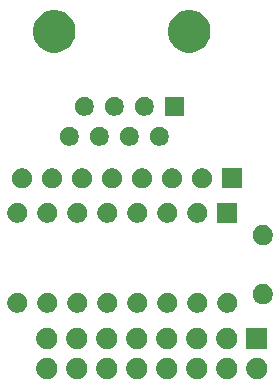
<source format=gbr>
G04 #@! TF.GenerationSoftware,KiCad,Pcbnew,(5.1.5)-3*
G04 #@! TF.CreationDate,2019-12-30T23:18:51-05:00*
G04 #@! TF.ProjectId,Quad_Diff_Out,51756164-5f44-4696-9666-5f4f75742e6b,v3*
G04 #@! TF.SameCoordinates,Original*
G04 #@! TF.FileFunction,Soldermask,Bot*
G04 #@! TF.FilePolarity,Negative*
%FSLAX46Y46*%
G04 Gerber Fmt 4.6, Leading zero omitted, Abs format (unit mm)*
G04 Created by KiCad (PCBNEW (5.1.5)-3) date 2019-12-30 23:18:51*
%MOMM*%
%LPD*%
G04 APERTURE LIST*
%ADD10C,0.100000*%
G04 APERTURE END LIST*
D10*
G36*
X161113512Y-104703927D02*
G01*
X161262812Y-104733624D01*
X161426784Y-104801544D01*
X161574354Y-104900147D01*
X161699853Y-105025646D01*
X161798456Y-105173216D01*
X161866376Y-105337188D01*
X161901000Y-105511259D01*
X161901000Y-105688741D01*
X161866376Y-105862812D01*
X161798456Y-106026784D01*
X161699853Y-106174354D01*
X161574354Y-106299853D01*
X161426784Y-106398456D01*
X161262812Y-106466376D01*
X161113512Y-106496073D01*
X161088742Y-106501000D01*
X160911258Y-106501000D01*
X160886488Y-106496073D01*
X160737188Y-106466376D01*
X160573216Y-106398456D01*
X160425646Y-106299853D01*
X160300147Y-106174354D01*
X160201544Y-106026784D01*
X160133624Y-105862812D01*
X160099000Y-105688741D01*
X160099000Y-105511259D01*
X160133624Y-105337188D01*
X160201544Y-105173216D01*
X160300147Y-105025646D01*
X160425646Y-104900147D01*
X160573216Y-104801544D01*
X160737188Y-104733624D01*
X160886488Y-104703927D01*
X160911258Y-104699000D01*
X161088742Y-104699000D01*
X161113512Y-104703927D01*
G37*
G36*
X143333512Y-104703927D02*
G01*
X143482812Y-104733624D01*
X143646784Y-104801544D01*
X143794354Y-104900147D01*
X143919853Y-105025646D01*
X144018456Y-105173216D01*
X144086376Y-105337188D01*
X144121000Y-105511259D01*
X144121000Y-105688741D01*
X144086376Y-105862812D01*
X144018456Y-106026784D01*
X143919853Y-106174354D01*
X143794354Y-106299853D01*
X143646784Y-106398456D01*
X143482812Y-106466376D01*
X143333512Y-106496073D01*
X143308742Y-106501000D01*
X143131258Y-106501000D01*
X143106488Y-106496073D01*
X142957188Y-106466376D01*
X142793216Y-106398456D01*
X142645646Y-106299853D01*
X142520147Y-106174354D01*
X142421544Y-106026784D01*
X142353624Y-105862812D01*
X142319000Y-105688741D01*
X142319000Y-105511259D01*
X142353624Y-105337188D01*
X142421544Y-105173216D01*
X142520147Y-105025646D01*
X142645646Y-104900147D01*
X142793216Y-104801544D01*
X142957188Y-104733624D01*
X143106488Y-104703927D01*
X143131258Y-104699000D01*
X143308742Y-104699000D01*
X143333512Y-104703927D01*
G37*
G36*
X145873512Y-104703927D02*
G01*
X146022812Y-104733624D01*
X146186784Y-104801544D01*
X146334354Y-104900147D01*
X146459853Y-105025646D01*
X146558456Y-105173216D01*
X146626376Y-105337188D01*
X146661000Y-105511259D01*
X146661000Y-105688741D01*
X146626376Y-105862812D01*
X146558456Y-106026784D01*
X146459853Y-106174354D01*
X146334354Y-106299853D01*
X146186784Y-106398456D01*
X146022812Y-106466376D01*
X145873512Y-106496073D01*
X145848742Y-106501000D01*
X145671258Y-106501000D01*
X145646488Y-106496073D01*
X145497188Y-106466376D01*
X145333216Y-106398456D01*
X145185646Y-106299853D01*
X145060147Y-106174354D01*
X144961544Y-106026784D01*
X144893624Y-105862812D01*
X144859000Y-105688741D01*
X144859000Y-105511259D01*
X144893624Y-105337188D01*
X144961544Y-105173216D01*
X145060147Y-105025646D01*
X145185646Y-104900147D01*
X145333216Y-104801544D01*
X145497188Y-104733624D01*
X145646488Y-104703927D01*
X145671258Y-104699000D01*
X145848742Y-104699000D01*
X145873512Y-104703927D01*
G37*
G36*
X148413512Y-104703927D02*
G01*
X148562812Y-104733624D01*
X148726784Y-104801544D01*
X148874354Y-104900147D01*
X148999853Y-105025646D01*
X149098456Y-105173216D01*
X149166376Y-105337188D01*
X149201000Y-105511259D01*
X149201000Y-105688741D01*
X149166376Y-105862812D01*
X149098456Y-106026784D01*
X148999853Y-106174354D01*
X148874354Y-106299853D01*
X148726784Y-106398456D01*
X148562812Y-106466376D01*
X148413512Y-106496073D01*
X148388742Y-106501000D01*
X148211258Y-106501000D01*
X148186488Y-106496073D01*
X148037188Y-106466376D01*
X147873216Y-106398456D01*
X147725646Y-106299853D01*
X147600147Y-106174354D01*
X147501544Y-106026784D01*
X147433624Y-105862812D01*
X147399000Y-105688741D01*
X147399000Y-105511259D01*
X147433624Y-105337188D01*
X147501544Y-105173216D01*
X147600147Y-105025646D01*
X147725646Y-104900147D01*
X147873216Y-104801544D01*
X148037188Y-104733624D01*
X148186488Y-104703927D01*
X148211258Y-104699000D01*
X148388742Y-104699000D01*
X148413512Y-104703927D01*
G37*
G36*
X150953512Y-104703927D02*
G01*
X151102812Y-104733624D01*
X151266784Y-104801544D01*
X151414354Y-104900147D01*
X151539853Y-105025646D01*
X151638456Y-105173216D01*
X151706376Y-105337188D01*
X151741000Y-105511259D01*
X151741000Y-105688741D01*
X151706376Y-105862812D01*
X151638456Y-106026784D01*
X151539853Y-106174354D01*
X151414354Y-106299853D01*
X151266784Y-106398456D01*
X151102812Y-106466376D01*
X150953512Y-106496073D01*
X150928742Y-106501000D01*
X150751258Y-106501000D01*
X150726488Y-106496073D01*
X150577188Y-106466376D01*
X150413216Y-106398456D01*
X150265646Y-106299853D01*
X150140147Y-106174354D01*
X150041544Y-106026784D01*
X149973624Y-105862812D01*
X149939000Y-105688741D01*
X149939000Y-105511259D01*
X149973624Y-105337188D01*
X150041544Y-105173216D01*
X150140147Y-105025646D01*
X150265646Y-104900147D01*
X150413216Y-104801544D01*
X150577188Y-104733624D01*
X150726488Y-104703927D01*
X150751258Y-104699000D01*
X150928742Y-104699000D01*
X150953512Y-104703927D01*
G37*
G36*
X153493512Y-104703927D02*
G01*
X153642812Y-104733624D01*
X153806784Y-104801544D01*
X153954354Y-104900147D01*
X154079853Y-105025646D01*
X154178456Y-105173216D01*
X154246376Y-105337188D01*
X154281000Y-105511259D01*
X154281000Y-105688741D01*
X154246376Y-105862812D01*
X154178456Y-106026784D01*
X154079853Y-106174354D01*
X153954354Y-106299853D01*
X153806784Y-106398456D01*
X153642812Y-106466376D01*
X153493512Y-106496073D01*
X153468742Y-106501000D01*
X153291258Y-106501000D01*
X153266488Y-106496073D01*
X153117188Y-106466376D01*
X152953216Y-106398456D01*
X152805646Y-106299853D01*
X152680147Y-106174354D01*
X152581544Y-106026784D01*
X152513624Y-105862812D01*
X152479000Y-105688741D01*
X152479000Y-105511259D01*
X152513624Y-105337188D01*
X152581544Y-105173216D01*
X152680147Y-105025646D01*
X152805646Y-104900147D01*
X152953216Y-104801544D01*
X153117188Y-104733624D01*
X153266488Y-104703927D01*
X153291258Y-104699000D01*
X153468742Y-104699000D01*
X153493512Y-104703927D01*
G37*
G36*
X156033512Y-104703927D02*
G01*
X156182812Y-104733624D01*
X156346784Y-104801544D01*
X156494354Y-104900147D01*
X156619853Y-105025646D01*
X156718456Y-105173216D01*
X156786376Y-105337188D01*
X156821000Y-105511259D01*
X156821000Y-105688741D01*
X156786376Y-105862812D01*
X156718456Y-106026784D01*
X156619853Y-106174354D01*
X156494354Y-106299853D01*
X156346784Y-106398456D01*
X156182812Y-106466376D01*
X156033512Y-106496073D01*
X156008742Y-106501000D01*
X155831258Y-106501000D01*
X155806488Y-106496073D01*
X155657188Y-106466376D01*
X155493216Y-106398456D01*
X155345646Y-106299853D01*
X155220147Y-106174354D01*
X155121544Y-106026784D01*
X155053624Y-105862812D01*
X155019000Y-105688741D01*
X155019000Y-105511259D01*
X155053624Y-105337188D01*
X155121544Y-105173216D01*
X155220147Y-105025646D01*
X155345646Y-104900147D01*
X155493216Y-104801544D01*
X155657188Y-104733624D01*
X155806488Y-104703927D01*
X155831258Y-104699000D01*
X156008742Y-104699000D01*
X156033512Y-104703927D01*
G37*
G36*
X158573512Y-104703927D02*
G01*
X158722812Y-104733624D01*
X158886784Y-104801544D01*
X159034354Y-104900147D01*
X159159853Y-105025646D01*
X159258456Y-105173216D01*
X159326376Y-105337188D01*
X159361000Y-105511259D01*
X159361000Y-105688741D01*
X159326376Y-105862812D01*
X159258456Y-106026784D01*
X159159853Y-106174354D01*
X159034354Y-106299853D01*
X158886784Y-106398456D01*
X158722812Y-106466376D01*
X158573512Y-106496073D01*
X158548742Y-106501000D01*
X158371258Y-106501000D01*
X158346488Y-106496073D01*
X158197188Y-106466376D01*
X158033216Y-106398456D01*
X157885646Y-106299853D01*
X157760147Y-106174354D01*
X157661544Y-106026784D01*
X157593624Y-105862812D01*
X157559000Y-105688741D01*
X157559000Y-105511259D01*
X157593624Y-105337188D01*
X157661544Y-105173216D01*
X157760147Y-105025646D01*
X157885646Y-104900147D01*
X158033216Y-104801544D01*
X158197188Y-104733624D01*
X158346488Y-104703927D01*
X158371258Y-104699000D01*
X158548742Y-104699000D01*
X158573512Y-104703927D01*
G37*
G36*
X158573512Y-102163927D02*
G01*
X158722812Y-102193624D01*
X158886784Y-102261544D01*
X159034354Y-102360147D01*
X159159853Y-102485646D01*
X159258456Y-102633216D01*
X159326376Y-102797188D01*
X159361000Y-102971259D01*
X159361000Y-103148741D01*
X159326376Y-103322812D01*
X159258456Y-103486784D01*
X159159853Y-103634354D01*
X159034354Y-103759853D01*
X158886784Y-103858456D01*
X158722812Y-103926376D01*
X158573512Y-103956073D01*
X158548742Y-103961000D01*
X158371258Y-103961000D01*
X158346488Y-103956073D01*
X158197188Y-103926376D01*
X158033216Y-103858456D01*
X157885646Y-103759853D01*
X157760147Y-103634354D01*
X157661544Y-103486784D01*
X157593624Y-103322812D01*
X157559000Y-103148741D01*
X157559000Y-102971259D01*
X157593624Y-102797188D01*
X157661544Y-102633216D01*
X157760147Y-102485646D01*
X157885646Y-102360147D01*
X158033216Y-102261544D01*
X158197188Y-102193624D01*
X158346488Y-102163927D01*
X158371258Y-102159000D01*
X158548742Y-102159000D01*
X158573512Y-102163927D01*
G37*
G36*
X156033512Y-102163927D02*
G01*
X156182812Y-102193624D01*
X156346784Y-102261544D01*
X156494354Y-102360147D01*
X156619853Y-102485646D01*
X156718456Y-102633216D01*
X156786376Y-102797188D01*
X156821000Y-102971259D01*
X156821000Y-103148741D01*
X156786376Y-103322812D01*
X156718456Y-103486784D01*
X156619853Y-103634354D01*
X156494354Y-103759853D01*
X156346784Y-103858456D01*
X156182812Y-103926376D01*
X156033512Y-103956073D01*
X156008742Y-103961000D01*
X155831258Y-103961000D01*
X155806488Y-103956073D01*
X155657188Y-103926376D01*
X155493216Y-103858456D01*
X155345646Y-103759853D01*
X155220147Y-103634354D01*
X155121544Y-103486784D01*
X155053624Y-103322812D01*
X155019000Y-103148741D01*
X155019000Y-102971259D01*
X155053624Y-102797188D01*
X155121544Y-102633216D01*
X155220147Y-102485646D01*
X155345646Y-102360147D01*
X155493216Y-102261544D01*
X155657188Y-102193624D01*
X155806488Y-102163927D01*
X155831258Y-102159000D01*
X156008742Y-102159000D01*
X156033512Y-102163927D01*
G37*
G36*
X161901000Y-103961000D02*
G01*
X160099000Y-103961000D01*
X160099000Y-102159000D01*
X161901000Y-102159000D01*
X161901000Y-103961000D01*
G37*
G36*
X150953512Y-102163927D02*
G01*
X151102812Y-102193624D01*
X151266784Y-102261544D01*
X151414354Y-102360147D01*
X151539853Y-102485646D01*
X151638456Y-102633216D01*
X151706376Y-102797188D01*
X151741000Y-102971259D01*
X151741000Y-103148741D01*
X151706376Y-103322812D01*
X151638456Y-103486784D01*
X151539853Y-103634354D01*
X151414354Y-103759853D01*
X151266784Y-103858456D01*
X151102812Y-103926376D01*
X150953512Y-103956073D01*
X150928742Y-103961000D01*
X150751258Y-103961000D01*
X150726488Y-103956073D01*
X150577188Y-103926376D01*
X150413216Y-103858456D01*
X150265646Y-103759853D01*
X150140147Y-103634354D01*
X150041544Y-103486784D01*
X149973624Y-103322812D01*
X149939000Y-103148741D01*
X149939000Y-102971259D01*
X149973624Y-102797188D01*
X150041544Y-102633216D01*
X150140147Y-102485646D01*
X150265646Y-102360147D01*
X150413216Y-102261544D01*
X150577188Y-102193624D01*
X150726488Y-102163927D01*
X150751258Y-102159000D01*
X150928742Y-102159000D01*
X150953512Y-102163927D01*
G37*
G36*
X145873512Y-102163927D02*
G01*
X146022812Y-102193624D01*
X146186784Y-102261544D01*
X146334354Y-102360147D01*
X146459853Y-102485646D01*
X146558456Y-102633216D01*
X146626376Y-102797188D01*
X146661000Y-102971259D01*
X146661000Y-103148741D01*
X146626376Y-103322812D01*
X146558456Y-103486784D01*
X146459853Y-103634354D01*
X146334354Y-103759853D01*
X146186784Y-103858456D01*
X146022812Y-103926376D01*
X145873512Y-103956073D01*
X145848742Y-103961000D01*
X145671258Y-103961000D01*
X145646488Y-103956073D01*
X145497188Y-103926376D01*
X145333216Y-103858456D01*
X145185646Y-103759853D01*
X145060147Y-103634354D01*
X144961544Y-103486784D01*
X144893624Y-103322812D01*
X144859000Y-103148741D01*
X144859000Y-102971259D01*
X144893624Y-102797188D01*
X144961544Y-102633216D01*
X145060147Y-102485646D01*
X145185646Y-102360147D01*
X145333216Y-102261544D01*
X145497188Y-102193624D01*
X145646488Y-102163927D01*
X145671258Y-102159000D01*
X145848742Y-102159000D01*
X145873512Y-102163927D01*
G37*
G36*
X143333512Y-102163927D02*
G01*
X143482812Y-102193624D01*
X143646784Y-102261544D01*
X143794354Y-102360147D01*
X143919853Y-102485646D01*
X144018456Y-102633216D01*
X144086376Y-102797188D01*
X144121000Y-102971259D01*
X144121000Y-103148741D01*
X144086376Y-103322812D01*
X144018456Y-103486784D01*
X143919853Y-103634354D01*
X143794354Y-103759853D01*
X143646784Y-103858456D01*
X143482812Y-103926376D01*
X143333512Y-103956073D01*
X143308742Y-103961000D01*
X143131258Y-103961000D01*
X143106488Y-103956073D01*
X142957188Y-103926376D01*
X142793216Y-103858456D01*
X142645646Y-103759853D01*
X142520147Y-103634354D01*
X142421544Y-103486784D01*
X142353624Y-103322812D01*
X142319000Y-103148741D01*
X142319000Y-102971259D01*
X142353624Y-102797188D01*
X142421544Y-102633216D01*
X142520147Y-102485646D01*
X142645646Y-102360147D01*
X142793216Y-102261544D01*
X142957188Y-102193624D01*
X143106488Y-102163927D01*
X143131258Y-102159000D01*
X143308742Y-102159000D01*
X143333512Y-102163927D01*
G37*
G36*
X153493512Y-102163927D02*
G01*
X153642812Y-102193624D01*
X153806784Y-102261544D01*
X153954354Y-102360147D01*
X154079853Y-102485646D01*
X154178456Y-102633216D01*
X154246376Y-102797188D01*
X154281000Y-102971259D01*
X154281000Y-103148741D01*
X154246376Y-103322812D01*
X154178456Y-103486784D01*
X154079853Y-103634354D01*
X153954354Y-103759853D01*
X153806784Y-103858456D01*
X153642812Y-103926376D01*
X153493512Y-103956073D01*
X153468742Y-103961000D01*
X153291258Y-103961000D01*
X153266488Y-103956073D01*
X153117188Y-103926376D01*
X152953216Y-103858456D01*
X152805646Y-103759853D01*
X152680147Y-103634354D01*
X152581544Y-103486784D01*
X152513624Y-103322812D01*
X152479000Y-103148741D01*
X152479000Y-102971259D01*
X152513624Y-102797188D01*
X152581544Y-102633216D01*
X152680147Y-102485646D01*
X152805646Y-102360147D01*
X152953216Y-102261544D01*
X153117188Y-102193624D01*
X153266488Y-102163927D01*
X153291258Y-102159000D01*
X153468742Y-102159000D01*
X153493512Y-102163927D01*
G37*
G36*
X148413512Y-102163927D02*
G01*
X148562812Y-102193624D01*
X148726784Y-102261544D01*
X148874354Y-102360147D01*
X148999853Y-102485646D01*
X149098456Y-102633216D01*
X149166376Y-102797188D01*
X149201000Y-102971259D01*
X149201000Y-103148741D01*
X149166376Y-103322812D01*
X149098456Y-103486784D01*
X148999853Y-103634354D01*
X148874354Y-103759853D01*
X148726784Y-103858456D01*
X148562812Y-103926376D01*
X148413512Y-103956073D01*
X148388742Y-103961000D01*
X148211258Y-103961000D01*
X148186488Y-103956073D01*
X148037188Y-103926376D01*
X147873216Y-103858456D01*
X147725646Y-103759853D01*
X147600147Y-103634354D01*
X147501544Y-103486784D01*
X147433624Y-103322812D01*
X147399000Y-103148741D01*
X147399000Y-102971259D01*
X147433624Y-102797188D01*
X147501544Y-102633216D01*
X147600147Y-102485646D01*
X147725646Y-102360147D01*
X147873216Y-102261544D01*
X148037188Y-102193624D01*
X148186488Y-102163927D01*
X148211258Y-102159000D01*
X148388742Y-102159000D01*
X148413512Y-102163927D01*
G37*
G36*
X153668228Y-99201703D02*
G01*
X153823100Y-99265853D01*
X153962481Y-99358985D01*
X154081015Y-99477519D01*
X154174147Y-99616900D01*
X154238297Y-99771772D01*
X154271000Y-99936184D01*
X154271000Y-100103816D01*
X154238297Y-100268228D01*
X154174147Y-100423100D01*
X154081015Y-100562481D01*
X153962481Y-100681015D01*
X153823100Y-100774147D01*
X153668228Y-100838297D01*
X153503816Y-100871000D01*
X153336184Y-100871000D01*
X153171772Y-100838297D01*
X153016900Y-100774147D01*
X152877519Y-100681015D01*
X152758985Y-100562481D01*
X152665853Y-100423100D01*
X152601703Y-100268228D01*
X152569000Y-100103816D01*
X152569000Y-99936184D01*
X152601703Y-99771772D01*
X152665853Y-99616900D01*
X152758985Y-99477519D01*
X152877519Y-99358985D01*
X153016900Y-99265853D01*
X153171772Y-99201703D01*
X153336184Y-99169000D01*
X153503816Y-99169000D01*
X153668228Y-99201703D01*
G37*
G36*
X158748228Y-99201703D02*
G01*
X158903100Y-99265853D01*
X159042481Y-99358985D01*
X159161015Y-99477519D01*
X159254147Y-99616900D01*
X159318297Y-99771772D01*
X159351000Y-99936184D01*
X159351000Y-100103816D01*
X159318297Y-100268228D01*
X159254147Y-100423100D01*
X159161015Y-100562481D01*
X159042481Y-100681015D01*
X158903100Y-100774147D01*
X158748228Y-100838297D01*
X158583816Y-100871000D01*
X158416184Y-100871000D01*
X158251772Y-100838297D01*
X158096900Y-100774147D01*
X157957519Y-100681015D01*
X157838985Y-100562481D01*
X157745853Y-100423100D01*
X157681703Y-100268228D01*
X157649000Y-100103816D01*
X157649000Y-99936184D01*
X157681703Y-99771772D01*
X157745853Y-99616900D01*
X157838985Y-99477519D01*
X157957519Y-99358985D01*
X158096900Y-99265853D01*
X158251772Y-99201703D01*
X158416184Y-99169000D01*
X158583816Y-99169000D01*
X158748228Y-99201703D01*
G37*
G36*
X156208228Y-99201703D02*
G01*
X156363100Y-99265853D01*
X156502481Y-99358985D01*
X156621015Y-99477519D01*
X156714147Y-99616900D01*
X156778297Y-99771772D01*
X156811000Y-99936184D01*
X156811000Y-100103816D01*
X156778297Y-100268228D01*
X156714147Y-100423100D01*
X156621015Y-100562481D01*
X156502481Y-100681015D01*
X156363100Y-100774147D01*
X156208228Y-100838297D01*
X156043816Y-100871000D01*
X155876184Y-100871000D01*
X155711772Y-100838297D01*
X155556900Y-100774147D01*
X155417519Y-100681015D01*
X155298985Y-100562481D01*
X155205853Y-100423100D01*
X155141703Y-100268228D01*
X155109000Y-100103816D01*
X155109000Y-99936184D01*
X155141703Y-99771772D01*
X155205853Y-99616900D01*
X155298985Y-99477519D01*
X155417519Y-99358985D01*
X155556900Y-99265853D01*
X155711772Y-99201703D01*
X155876184Y-99169000D01*
X156043816Y-99169000D01*
X156208228Y-99201703D01*
G37*
G36*
X151128228Y-99201703D02*
G01*
X151283100Y-99265853D01*
X151422481Y-99358985D01*
X151541015Y-99477519D01*
X151634147Y-99616900D01*
X151698297Y-99771772D01*
X151731000Y-99936184D01*
X151731000Y-100103816D01*
X151698297Y-100268228D01*
X151634147Y-100423100D01*
X151541015Y-100562481D01*
X151422481Y-100681015D01*
X151283100Y-100774147D01*
X151128228Y-100838297D01*
X150963816Y-100871000D01*
X150796184Y-100871000D01*
X150631772Y-100838297D01*
X150476900Y-100774147D01*
X150337519Y-100681015D01*
X150218985Y-100562481D01*
X150125853Y-100423100D01*
X150061703Y-100268228D01*
X150029000Y-100103816D01*
X150029000Y-99936184D01*
X150061703Y-99771772D01*
X150125853Y-99616900D01*
X150218985Y-99477519D01*
X150337519Y-99358985D01*
X150476900Y-99265853D01*
X150631772Y-99201703D01*
X150796184Y-99169000D01*
X150963816Y-99169000D01*
X151128228Y-99201703D01*
G37*
G36*
X148588228Y-99201703D02*
G01*
X148743100Y-99265853D01*
X148882481Y-99358985D01*
X149001015Y-99477519D01*
X149094147Y-99616900D01*
X149158297Y-99771772D01*
X149191000Y-99936184D01*
X149191000Y-100103816D01*
X149158297Y-100268228D01*
X149094147Y-100423100D01*
X149001015Y-100562481D01*
X148882481Y-100681015D01*
X148743100Y-100774147D01*
X148588228Y-100838297D01*
X148423816Y-100871000D01*
X148256184Y-100871000D01*
X148091772Y-100838297D01*
X147936900Y-100774147D01*
X147797519Y-100681015D01*
X147678985Y-100562481D01*
X147585853Y-100423100D01*
X147521703Y-100268228D01*
X147489000Y-100103816D01*
X147489000Y-99936184D01*
X147521703Y-99771772D01*
X147585853Y-99616900D01*
X147678985Y-99477519D01*
X147797519Y-99358985D01*
X147936900Y-99265853D01*
X148091772Y-99201703D01*
X148256184Y-99169000D01*
X148423816Y-99169000D01*
X148588228Y-99201703D01*
G37*
G36*
X146048228Y-99201703D02*
G01*
X146203100Y-99265853D01*
X146342481Y-99358985D01*
X146461015Y-99477519D01*
X146554147Y-99616900D01*
X146618297Y-99771772D01*
X146651000Y-99936184D01*
X146651000Y-100103816D01*
X146618297Y-100268228D01*
X146554147Y-100423100D01*
X146461015Y-100562481D01*
X146342481Y-100681015D01*
X146203100Y-100774147D01*
X146048228Y-100838297D01*
X145883816Y-100871000D01*
X145716184Y-100871000D01*
X145551772Y-100838297D01*
X145396900Y-100774147D01*
X145257519Y-100681015D01*
X145138985Y-100562481D01*
X145045853Y-100423100D01*
X144981703Y-100268228D01*
X144949000Y-100103816D01*
X144949000Y-99936184D01*
X144981703Y-99771772D01*
X145045853Y-99616900D01*
X145138985Y-99477519D01*
X145257519Y-99358985D01*
X145396900Y-99265853D01*
X145551772Y-99201703D01*
X145716184Y-99169000D01*
X145883816Y-99169000D01*
X146048228Y-99201703D01*
G37*
G36*
X143508228Y-99201703D02*
G01*
X143663100Y-99265853D01*
X143802481Y-99358985D01*
X143921015Y-99477519D01*
X144014147Y-99616900D01*
X144078297Y-99771772D01*
X144111000Y-99936184D01*
X144111000Y-100103816D01*
X144078297Y-100268228D01*
X144014147Y-100423100D01*
X143921015Y-100562481D01*
X143802481Y-100681015D01*
X143663100Y-100774147D01*
X143508228Y-100838297D01*
X143343816Y-100871000D01*
X143176184Y-100871000D01*
X143011772Y-100838297D01*
X142856900Y-100774147D01*
X142717519Y-100681015D01*
X142598985Y-100562481D01*
X142505853Y-100423100D01*
X142441703Y-100268228D01*
X142409000Y-100103816D01*
X142409000Y-99936184D01*
X142441703Y-99771772D01*
X142505853Y-99616900D01*
X142598985Y-99477519D01*
X142717519Y-99358985D01*
X142856900Y-99265853D01*
X143011772Y-99201703D01*
X143176184Y-99169000D01*
X143343816Y-99169000D01*
X143508228Y-99201703D01*
G37*
G36*
X140968228Y-99201703D02*
G01*
X141123100Y-99265853D01*
X141262481Y-99358985D01*
X141381015Y-99477519D01*
X141474147Y-99616900D01*
X141538297Y-99771772D01*
X141571000Y-99936184D01*
X141571000Y-100103816D01*
X141538297Y-100268228D01*
X141474147Y-100423100D01*
X141381015Y-100562481D01*
X141262481Y-100681015D01*
X141123100Y-100774147D01*
X140968228Y-100838297D01*
X140803816Y-100871000D01*
X140636184Y-100871000D01*
X140471772Y-100838297D01*
X140316900Y-100774147D01*
X140177519Y-100681015D01*
X140058985Y-100562481D01*
X139965853Y-100423100D01*
X139901703Y-100268228D01*
X139869000Y-100103816D01*
X139869000Y-99936184D01*
X139901703Y-99771772D01*
X139965853Y-99616900D01*
X140058985Y-99477519D01*
X140177519Y-99358985D01*
X140316900Y-99265853D01*
X140471772Y-99201703D01*
X140636184Y-99169000D01*
X140803816Y-99169000D01*
X140968228Y-99201703D01*
G37*
G36*
X161748228Y-98481703D02*
G01*
X161903100Y-98545853D01*
X162042481Y-98638985D01*
X162161015Y-98757519D01*
X162254147Y-98896900D01*
X162318297Y-99051772D01*
X162351000Y-99216184D01*
X162351000Y-99383816D01*
X162318297Y-99548228D01*
X162254147Y-99703100D01*
X162161015Y-99842481D01*
X162042481Y-99961015D01*
X161903100Y-100054147D01*
X161748228Y-100118297D01*
X161583816Y-100151000D01*
X161416184Y-100151000D01*
X161251772Y-100118297D01*
X161096900Y-100054147D01*
X160957519Y-99961015D01*
X160838985Y-99842481D01*
X160745853Y-99703100D01*
X160681703Y-99548228D01*
X160649000Y-99383816D01*
X160649000Y-99216184D01*
X160681703Y-99051772D01*
X160745853Y-98896900D01*
X160838985Y-98757519D01*
X160957519Y-98638985D01*
X161096900Y-98545853D01*
X161251772Y-98481703D01*
X161416184Y-98449000D01*
X161583816Y-98449000D01*
X161748228Y-98481703D01*
G37*
G36*
X161748228Y-93481703D02*
G01*
X161903100Y-93545853D01*
X162042481Y-93638985D01*
X162161015Y-93757519D01*
X162254147Y-93896900D01*
X162318297Y-94051772D01*
X162351000Y-94216184D01*
X162351000Y-94383816D01*
X162318297Y-94548228D01*
X162254147Y-94703100D01*
X162161015Y-94842481D01*
X162042481Y-94961015D01*
X161903100Y-95054147D01*
X161748228Y-95118297D01*
X161583816Y-95151000D01*
X161416184Y-95151000D01*
X161251772Y-95118297D01*
X161096900Y-95054147D01*
X160957519Y-94961015D01*
X160838985Y-94842481D01*
X160745853Y-94703100D01*
X160681703Y-94548228D01*
X160649000Y-94383816D01*
X160649000Y-94216184D01*
X160681703Y-94051772D01*
X160745853Y-93896900D01*
X160838985Y-93757519D01*
X160957519Y-93638985D01*
X161096900Y-93545853D01*
X161251772Y-93481703D01*
X161416184Y-93449000D01*
X161583816Y-93449000D01*
X161748228Y-93481703D01*
G37*
G36*
X156208228Y-91581703D02*
G01*
X156363100Y-91645853D01*
X156502481Y-91738985D01*
X156621015Y-91857519D01*
X156714147Y-91996900D01*
X156778297Y-92151772D01*
X156811000Y-92316184D01*
X156811000Y-92483816D01*
X156778297Y-92648228D01*
X156714147Y-92803100D01*
X156621015Y-92942481D01*
X156502481Y-93061015D01*
X156363100Y-93154147D01*
X156208228Y-93218297D01*
X156043816Y-93251000D01*
X155876184Y-93251000D01*
X155711772Y-93218297D01*
X155556900Y-93154147D01*
X155417519Y-93061015D01*
X155298985Y-92942481D01*
X155205853Y-92803100D01*
X155141703Y-92648228D01*
X155109000Y-92483816D01*
X155109000Y-92316184D01*
X155141703Y-92151772D01*
X155205853Y-91996900D01*
X155298985Y-91857519D01*
X155417519Y-91738985D01*
X155556900Y-91645853D01*
X155711772Y-91581703D01*
X155876184Y-91549000D01*
X156043816Y-91549000D01*
X156208228Y-91581703D01*
G37*
G36*
X151128228Y-91581703D02*
G01*
X151283100Y-91645853D01*
X151422481Y-91738985D01*
X151541015Y-91857519D01*
X151634147Y-91996900D01*
X151698297Y-92151772D01*
X151731000Y-92316184D01*
X151731000Y-92483816D01*
X151698297Y-92648228D01*
X151634147Y-92803100D01*
X151541015Y-92942481D01*
X151422481Y-93061015D01*
X151283100Y-93154147D01*
X151128228Y-93218297D01*
X150963816Y-93251000D01*
X150796184Y-93251000D01*
X150631772Y-93218297D01*
X150476900Y-93154147D01*
X150337519Y-93061015D01*
X150218985Y-92942481D01*
X150125853Y-92803100D01*
X150061703Y-92648228D01*
X150029000Y-92483816D01*
X150029000Y-92316184D01*
X150061703Y-92151772D01*
X150125853Y-91996900D01*
X150218985Y-91857519D01*
X150337519Y-91738985D01*
X150476900Y-91645853D01*
X150631772Y-91581703D01*
X150796184Y-91549000D01*
X150963816Y-91549000D01*
X151128228Y-91581703D01*
G37*
G36*
X148588228Y-91581703D02*
G01*
X148743100Y-91645853D01*
X148882481Y-91738985D01*
X149001015Y-91857519D01*
X149094147Y-91996900D01*
X149158297Y-92151772D01*
X149191000Y-92316184D01*
X149191000Y-92483816D01*
X149158297Y-92648228D01*
X149094147Y-92803100D01*
X149001015Y-92942481D01*
X148882481Y-93061015D01*
X148743100Y-93154147D01*
X148588228Y-93218297D01*
X148423816Y-93251000D01*
X148256184Y-93251000D01*
X148091772Y-93218297D01*
X147936900Y-93154147D01*
X147797519Y-93061015D01*
X147678985Y-92942481D01*
X147585853Y-92803100D01*
X147521703Y-92648228D01*
X147489000Y-92483816D01*
X147489000Y-92316184D01*
X147521703Y-92151772D01*
X147585853Y-91996900D01*
X147678985Y-91857519D01*
X147797519Y-91738985D01*
X147936900Y-91645853D01*
X148091772Y-91581703D01*
X148256184Y-91549000D01*
X148423816Y-91549000D01*
X148588228Y-91581703D01*
G37*
G36*
X153668228Y-91581703D02*
G01*
X153823100Y-91645853D01*
X153962481Y-91738985D01*
X154081015Y-91857519D01*
X154174147Y-91996900D01*
X154238297Y-92151772D01*
X154271000Y-92316184D01*
X154271000Y-92483816D01*
X154238297Y-92648228D01*
X154174147Y-92803100D01*
X154081015Y-92942481D01*
X153962481Y-93061015D01*
X153823100Y-93154147D01*
X153668228Y-93218297D01*
X153503816Y-93251000D01*
X153336184Y-93251000D01*
X153171772Y-93218297D01*
X153016900Y-93154147D01*
X152877519Y-93061015D01*
X152758985Y-92942481D01*
X152665853Y-92803100D01*
X152601703Y-92648228D01*
X152569000Y-92483816D01*
X152569000Y-92316184D01*
X152601703Y-92151772D01*
X152665853Y-91996900D01*
X152758985Y-91857519D01*
X152877519Y-91738985D01*
X153016900Y-91645853D01*
X153171772Y-91581703D01*
X153336184Y-91549000D01*
X153503816Y-91549000D01*
X153668228Y-91581703D01*
G37*
G36*
X143508228Y-91581703D02*
G01*
X143663100Y-91645853D01*
X143802481Y-91738985D01*
X143921015Y-91857519D01*
X144014147Y-91996900D01*
X144078297Y-92151772D01*
X144111000Y-92316184D01*
X144111000Y-92483816D01*
X144078297Y-92648228D01*
X144014147Y-92803100D01*
X143921015Y-92942481D01*
X143802481Y-93061015D01*
X143663100Y-93154147D01*
X143508228Y-93218297D01*
X143343816Y-93251000D01*
X143176184Y-93251000D01*
X143011772Y-93218297D01*
X142856900Y-93154147D01*
X142717519Y-93061015D01*
X142598985Y-92942481D01*
X142505853Y-92803100D01*
X142441703Y-92648228D01*
X142409000Y-92483816D01*
X142409000Y-92316184D01*
X142441703Y-92151772D01*
X142505853Y-91996900D01*
X142598985Y-91857519D01*
X142717519Y-91738985D01*
X142856900Y-91645853D01*
X143011772Y-91581703D01*
X143176184Y-91549000D01*
X143343816Y-91549000D01*
X143508228Y-91581703D01*
G37*
G36*
X159351000Y-93251000D02*
G01*
X157649000Y-93251000D01*
X157649000Y-91549000D01*
X159351000Y-91549000D01*
X159351000Y-93251000D01*
G37*
G36*
X146048228Y-91581703D02*
G01*
X146203100Y-91645853D01*
X146342481Y-91738985D01*
X146461015Y-91857519D01*
X146554147Y-91996900D01*
X146618297Y-92151772D01*
X146651000Y-92316184D01*
X146651000Y-92483816D01*
X146618297Y-92648228D01*
X146554147Y-92803100D01*
X146461015Y-92942481D01*
X146342481Y-93061015D01*
X146203100Y-93154147D01*
X146048228Y-93218297D01*
X145883816Y-93251000D01*
X145716184Y-93251000D01*
X145551772Y-93218297D01*
X145396900Y-93154147D01*
X145257519Y-93061015D01*
X145138985Y-92942481D01*
X145045853Y-92803100D01*
X144981703Y-92648228D01*
X144949000Y-92483816D01*
X144949000Y-92316184D01*
X144981703Y-92151772D01*
X145045853Y-91996900D01*
X145138985Y-91857519D01*
X145257519Y-91738985D01*
X145396900Y-91645853D01*
X145551772Y-91581703D01*
X145716184Y-91549000D01*
X145883816Y-91549000D01*
X146048228Y-91581703D01*
G37*
G36*
X140968228Y-91581703D02*
G01*
X141123100Y-91645853D01*
X141262481Y-91738985D01*
X141381015Y-91857519D01*
X141474147Y-91996900D01*
X141538297Y-92151772D01*
X141571000Y-92316184D01*
X141571000Y-92483816D01*
X141538297Y-92648228D01*
X141474147Y-92803100D01*
X141381015Y-92942481D01*
X141262481Y-93061015D01*
X141123100Y-93154147D01*
X140968228Y-93218297D01*
X140803816Y-93251000D01*
X140636184Y-93251000D01*
X140471772Y-93218297D01*
X140316900Y-93154147D01*
X140177519Y-93061015D01*
X140058985Y-92942481D01*
X139965853Y-92803100D01*
X139901703Y-92648228D01*
X139869000Y-92483816D01*
X139869000Y-92316184D01*
X139901703Y-92151772D01*
X139965853Y-91996900D01*
X140058985Y-91857519D01*
X140177519Y-91738985D01*
X140316900Y-91645853D01*
X140471772Y-91581703D01*
X140636184Y-91549000D01*
X140803816Y-91549000D01*
X140968228Y-91581703D01*
G37*
G36*
X143908228Y-88681703D02*
G01*
X144063100Y-88745853D01*
X144202481Y-88838985D01*
X144321015Y-88957519D01*
X144414147Y-89096900D01*
X144478297Y-89251772D01*
X144511000Y-89416184D01*
X144511000Y-89583816D01*
X144478297Y-89748228D01*
X144414147Y-89903100D01*
X144321015Y-90042481D01*
X144202481Y-90161015D01*
X144063100Y-90254147D01*
X143908228Y-90318297D01*
X143743816Y-90351000D01*
X143576184Y-90351000D01*
X143411772Y-90318297D01*
X143256900Y-90254147D01*
X143117519Y-90161015D01*
X142998985Y-90042481D01*
X142905853Y-89903100D01*
X142841703Y-89748228D01*
X142809000Y-89583816D01*
X142809000Y-89416184D01*
X142841703Y-89251772D01*
X142905853Y-89096900D01*
X142998985Y-88957519D01*
X143117519Y-88838985D01*
X143256900Y-88745853D01*
X143411772Y-88681703D01*
X143576184Y-88649000D01*
X143743816Y-88649000D01*
X143908228Y-88681703D01*
G37*
G36*
X146448228Y-88681703D02*
G01*
X146603100Y-88745853D01*
X146742481Y-88838985D01*
X146861015Y-88957519D01*
X146954147Y-89096900D01*
X147018297Y-89251772D01*
X147051000Y-89416184D01*
X147051000Y-89583816D01*
X147018297Y-89748228D01*
X146954147Y-89903100D01*
X146861015Y-90042481D01*
X146742481Y-90161015D01*
X146603100Y-90254147D01*
X146448228Y-90318297D01*
X146283816Y-90351000D01*
X146116184Y-90351000D01*
X145951772Y-90318297D01*
X145796900Y-90254147D01*
X145657519Y-90161015D01*
X145538985Y-90042481D01*
X145445853Y-89903100D01*
X145381703Y-89748228D01*
X145349000Y-89583816D01*
X145349000Y-89416184D01*
X145381703Y-89251772D01*
X145445853Y-89096900D01*
X145538985Y-88957519D01*
X145657519Y-88838985D01*
X145796900Y-88745853D01*
X145951772Y-88681703D01*
X146116184Y-88649000D01*
X146283816Y-88649000D01*
X146448228Y-88681703D01*
G37*
G36*
X141368228Y-88681703D02*
G01*
X141523100Y-88745853D01*
X141662481Y-88838985D01*
X141781015Y-88957519D01*
X141874147Y-89096900D01*
X141938297Y-89251772D01*
X141971000Y-89416184D01*
X141971000Y-89583816D01*
X141938297Y-89748228D01*
X141874147Y-89903100D01*
X141781015Y-90042481D01*
X141662481Y-90161015D01*
X141523100Y-90254147D01*
X141368228Y-90318297D01*
X141203816Y-90351000D01*
X141036184Y-90351000D01*
X140871772Y-90318297D01*
X140716900Y-90254147D01*
X140577519Y-90161015D01*
X140458985Y-90042481D01*
X140365853Y-89903100D01*
X140301703Y-89748228D01*
X140269000Y-89583816D01*
X140269000Y-89416184D01*
X140301703Y-89251772D01*
X140365853Y-89096900D01*
X140458985Y-88957519D01*
X140577519Y-88838985D01*
X140716900Y-88745853D01*
X140871772Y-88681703D01*
X141036184Y-88649000D01*
X141203816Y-88649000D01*
X141368228Y-88681703D01*
G37*
G36*
X148988228Y-88681703D02*
G01*
X149143100Y-88745853D01*
X149282481Y-88838985D01*
X149401015Y-88957519D01*
X149494147Y-89096900D01*
X149558297Y-89251772D01*
X149591000Y-89416184D01*
X149591000Y-89583816D01*
X149558297Y-89748228D01*
X149494147Y-89903100D01*
X149401015Y-90042481D01*
X149282481Y-90161015D01*
X149143100Y-90254147D01*
X148988228Y-90318297D01*
X148823816Y-90351000D01*
X148656184Y-90351000D01*
X148491772Y-90318297D01*
X148336900Y-90254147D01*
X148197519Y-90161015D01*
X148078985Y-90042481D01*
X147985853Y-89903100D01*
X147921703Y-89748228D01*
X147889000Y-89583816D01*
X147889000Y-89416184D01*
X147921703Y-89251772D01*
X147985853Y-89096900D01*
X148078985Y-88957519D01*
X148197519Y-88838985D01*
X148336900Y-88745853D01*
X148491772Y-88681703D01*
X148656184Y-88649000D01*
X148823816Y-88649000D01*
X148988228Y-88681703D01*
G37*
G36*
X154068228Y-88681703D02*
G01*
X154223100Y-88745853D01*
X154362481Y-88838985D01*
X154481015Y-88957519D01*
X154574147Y-89096900D01*
X154638297Y-89251772D01*
X154671000Y-89416184D01*
X154671000Y-89583816D01*
X154638297Y-89748228D01*
X154574147Y-89903100D01*
X154481015Y-90042481D01*
X154362481Y-90161015D01*
X154223100Y-90254147D01*
X154068228Y-90318297D01*
X153903816Y-90351000D01*
X153736184Y-90351000D01*
X153571772Y-90318297D01*
X153416900Y-90254147D01*
X153277519Y-90161015D01*
X153158985Y-90042481D01*
X153065853Y-89903100D01*
X153001703Y-89748228D01*
X152969000Y-89583816D01*
X152969000Y-89416184D01*
X153001703Y-89251772D01*
X153065853Y-89096900D01*
X153158985Y-88957519D01*
X153277519Y-88838985D01*
X153416900Y-88745853D01*
X153571772Y-88681703D01*
X153736184Y-88649000D01*
X153903816Y-88649000D01*
X154068228Y-88681703D01*
G37*
G36*
X156608228Y-88681703D02*
G01*
X156763100Y-88745853D01*
X156902481Y-88838985D01*
X157021015Y-88957519D01*
X157114147Y-89096900D01*
X157178297Y-89251772D01*
X157211000Y-89416184D01*
X157211000Y-89583816D01*
X157178297Y-89748228D01*
X157114147Y-89903100D01*
X157021015Y-90042481D01*
X156902481Y-90161015D01*
X156763100Y-90254147D01*
X156608228Y-90318297D01*
X156443816Y-90351000D01*
X156276184Y-90351000D01*
X156111772Y-90318297D01*
X155956900Y-90254147D01*
X155817519Y-90161015D01*
X155698985Y-90042481D01*
X155605853Y-89903100D01*
X155541703Y-89748228D01*
X155509000Y-89583816D01*
X155509000Y-89416184D01*
X155541703Y-89251772D01*
X155605853Y-89096900D01*
X155698985Y-88957519D01*
X155817519Y-88838985D01*
X155956900Y-88745853D01*
X156111772Y-88681703D01*
X156276184Y-88649000D01*
X156443816Y-88649000D01*
X156608228Y-88681703D01*
G37*
G36*
X159751000Y-90351000D02*
G01*
X158049000Y-90351000D01*
X158049000Y-88649000D01*
X159751000Y-88649000D01*
X159751000Y-90351000D01*
G37*
G36*
X151528228Y-88681703D02*
G01*
X151683100Y-88745853D01*
X151822481Y-88838985D01*
X151941015Y-88957519D01*
X152034147Y-89096900D01*
X152098297Y-89251772D01*
X152131000Y-89416184D01*
X152131000Y-89583816D01*
X152098297Y-89748228D01*
X152034147Y-89903100D01*
X151941015Y-90042481D01*
X151822481Y-90161015D01*
X151683100Y-90254147D01*
X151528228Y-90318297D01*
X151363816Y-90351000D01*
X151196184Y-90351000D01*
X151031772Y-90318297D01*
X150876900Y-90254147D01*
X150737519Y-90161015D01*
X150618985Y-90042481D01*
X150525853Y-89903100D01*
X150461703Y-89748228D01*
X150429000Y-89583816D01*
X150429000Y-89416184D01*
X150461703Y-89251772D01*
X150525853Y-89096900D01*
X150618985Y-88957519D01*
X150737519Y-88838985D01*
X150876900Y-88745853D01*
X151031772Y-88681703D01*
X151196184Y-88649000D01*
X151363816Y-88649000D01*
X151528228Y-88681703D01*
G37*
G36*
X152963642Y-85169781D02*
G01*
X153109414Y-85230162D01*
X153109416Y-85230163D01*
X153240608Y-85317822D01*
X153352178Y-85429392D01*
X153439837Y-85560584D01*
X153439838Y-85560586D01*
X153500219Y-85706358D01*
X153531000Y-85861107D01*
X153531000Y-86018893D01*
X153500219Y-86173642D01*
X153439838Y-86319414D01*
X153439837Y-86319416D01*
X153352178Y-86450608D01*
X153240608Y-86562178D01*
X153109416Y-86649837D01*
X153109415Y-86649838D01*
X153109414Y-86649838D01*
X152963642Y-86710219D01*
X152808893Y-86741000D01*
X152651107Y-86741000D01*
X152496358Y-86710219D01*
X152350586Y-86649838D01*
X152350585Y-86649838D01*
X152350584Y-86649837D01*
X152219392Y-86562178D01*
X152107822Y-86450608D01*
X152020163Y-86319416D01*
X152020162Y-86319414D01*
X151959781Y-86173642D01*
X151929000Y-86018893D01*
X151929000Y-85861107D01*
X151959781Y-85706358D01*
X152020162Y-85560586D01*
X152020163Y-85560584D01*
X152107822Y-85429392D01*
X152219392Y-85317822D01*
X152350584Y-85230163D01*
X152350586Y-85230162D01*
X152496358Y-85169781D01*
X152651107Y-85139000D01*
X152808893Y-85139000D01*
X152963642Y-85169781D01*
G37*
G36*
X145343642Y-85169781D02*
G01*
X145489414Y-85230162D01*
X145489416Y-85230163D01*
X145620608Y-85317822D01*
X145732178Y-85429392D01*
X145819837Y-85560584D01*
X145819838Y-85560586D01*
X145880219Y-85706358D01*
X145911000Y-85861107D01*
X145911000Y-86018893D01*
X145880219Y-86173642D01*
X145819838Y-86319414D01*
X145819837Y-86319416D01*
X145732178Y-86450608D01*
X145620608Y-86562178D01*
X145489416Y-86649837D01*
X145489415Y-86649838D01*
X145489414Y-86649838D01*
X145343642Y-86710219D01*
X145188893Y-86741000D01*
X145031107Y-86741000D01*
X144876358Y-86710219D01*
X144730586Y-86649838D01*
X144730585Y-86649838D01*
X144730584Y-86649837D01*
X144599392Y-86562178D01*
X144487822Y-86450608D01*
X144400163Y-86319416D01*
X144400162Y-86319414D01*
X144339781Y-86173642D01*
X144309000Y-86018893D01*
X144309000Y-85861107D01*
X144339781Y-85706358D01*
X144400162Y-85560586D01*
X144400163Y-85560584D01*
X144487822Y-85429392D01*
X144599392Y-85317822D01*
X144730584Y-85230163D01*
X144730586Y-85230162D01*
X144876358Y-85169781D01*
X145031107Y-85139000D01*
X145188893Y-85139000D01*
X145343642Y-85169781D01*
G37*
G36*
X147883642Y-85169781D02*
G01*
X148029414Y-85230162D01*
X148029416Y-85230163D01*
X148160608Y-85317822D01*
X148272178Y-85429392D01*
X148359837Y-85560584D01*
X148359838Y-85560586D01*
X148420219Y-85706358D01*
X148451000Y-85861107D01*
X148451000Y-86018893D01*
X148420219Y-86173642D01*
X148359838Y-86319414D01*
X148359837Y-86319416D01*
X148272178Y-86450608D01*
X148160608Y-86562178D01*
X148029416Y-86649837D01*
X148029415Y-86649838D01*
X148029414Y-86649838D01*
X147883642Y-86710219D01*
X147728893Y-86741000D01*
X147571107Y-86741000D01*
X147416358Y-86710219D01*
X147270586Y-86649838D01*
X147270585Y-86649838D01*
X147270584Y-86649837D01*
X147139392Y-86562178D01*
X147027822Y-86450608D01*
X146940163Y-86319416D01*
X146940162Y-86319414D01*
X146879781Y-86173642D01*
X146849000Y-86018893D01*
X146849000Y-85861107D01*
X146879781Y-85706358D01*
X146940162Y-85560586D01*
X146940163Y-85560584D01*
X147027822Y-85429392D01*
X147139392Y-85317822D01*
X147270584Y-85230163D01*
X147270586Y-85230162D01*
X147416358Y-85169781D01*
X147571107Y-85139000D01*
X147728893Y-85139000D01*
X147883642Y-85169781D01*
G37*
G36*
X150423642Y-85169781D02*
G01*
X150569414Y-85230162D01*
X150569416Y-85230163D01*
X150700608Y-85317822D01*
X150812178Y-85429392D01*
X150899837Y-85560584D01*
X150899838Y-85560586D01*
X150960219Y-85706358D01*
X150991000Y-85861107D01*
X150991000Y-86018893D01*
X150960219Y-86173642D01*
X150899838Y-86319414D01*
X150899837Y-86319416D01*
X150812178Y-86450608D01*
X150700608Y-86562178D01*
X150569416Y-86649837D01*
X150569415Y-86649838D01*
X150569414Y-86649838D01*
X150423642Y-86710219D01*
X150268893Y-86741000D01*
X150111107Y-86741000D01*
X149956358Y-86710219D01*
X149810586Y-86649838D01*
X149810585Y-86649838D01*
X149810584Y-86649837D01*
X149679392Y-86562178D01*
X149567822Y-86450608D01*
X149480163Y-86319416D01*
X149480162Y-86319414D01*
X149419781Y-86173642D01*
X149389000Y-86018893D01*
X149389000Y-85861107D01*
X149419781Y-85706358D01*
X149480162Y-85560586D01*
X149480163Y-85560584D01*
X149567822Y-85429392D01*
X149679392Y-85317822D01*
X149810584Y-85230163D01*
X149810586Y-85230162D01*
X149956358Y-85169781D01*
X150111107Y-85139000D01*
X150268893Y-85139000D01*
X150423642Y-85169781D01*
G37*
G36*
X146613642Y-82629781D02*
G01*
X146759414Y-82690162D01*
X146759416Y-82690163D01*
X146890608Y-82777822D01*
X147002178Y-82889392D01*
X147089837Y-83020584D01*
X147089838Y-83020586D01*
X147150219Y-83166358D01*
X147181000Y-83321107D01*
X147181000Y-83478893D01*
X147150219Y-83633642D01*
X147089838Y-83779414D01*
X147089837Y-83779416D01*
X147002178Y-83910608D01*
X146890608Y-84022178D01*
X146759416Y-84109837D01*
X146759415Y-84109838D01*
X146759414Y-84109838D01*
X146613642Y-84170219D01*
X146458893Y-84201000D01*
X146301107Y-84201000D01*
X146146358Y-84170219D01*
X146000586Y-84109838D01*
X146000585Y-84109838D01*
X146000584Y-84109837D01*
X145869392Y-84022178D01*
X145757822Y-83910608D01*
X145670163Y-83779416D01*
X145670162Y-83779414D01*
X145609781Y-83633642D01*
X145579000Y-83478893D01*
X145579000Y-83321107D01*
X145609781Y-83166358D01*
X145670162Y-83020586D01*
X145670163Y-83020584D01*
X145757822Y-82889392D01*
X145869392Y-82777822D01*
X146000584Y-82690163D01*
X146000586Y-82690162D01*
X146146358Y-82629781D01*
X146301107Y-82599000D01*
X146458893Y-82599000D01*
X146613642Y-82629781D01*
G37*
G36*
X154801000Y-84201000D02*
G01*
X153199000Y-84201000D01*
X153199000Y-82599000D01*
X154801000Y-82599000D01*
X154801000Y-84201000D01*
G37*
G36*
X151693642Y-82629781D02*
G01*
X151839414Y-82690162D01*
X151839416Y-82690163D01*
X151970608Y-82777822D01*
X152082178Y-82889392D01*
X152169837Y-83020584D01*
X152169838Y-83020586D01*
X152230219Y-83166358D01*
X152261000Y-83321107D01*
X152261000Y-83478893D01*
X152230219Y-83633642D01*
X152169838Y-83779414D01*
X152169837Y-83779416D01*
X152082178Y-83910608D01*
X151970608Y-84022178D01*
X151839416Y-84109837D01*
X151839415Y-84109838D01*
X151839414Y-84109838D01*
X151693642Y-84170219D01*
X151538893Y-84201000D01*
X151381107Y-84201000D01*
X151226358Y-84170219D01*
X151080586Y-84109838D01*
X151080585Y-84109838D01*
X151080584Y-84109837D01*
X150949392Y-84022178D01*
X150837822Y-83910608D01*
X150750163Y-83779416D01*
X150750162Y-83779414D01*
X150689781Y-83633642D01*
X150659000Y-83478893D01*
X150659000Y-83321107D01*
X150689781Y-83166358D01*
X150750162Y-83020586D01*
X150750163Y-83020584D01*
X150837822Y-82889392D01*
X150949392Y-82777822D01*
X151080584Y-82690163D01*
X151080586Y-82690162D01*
X151226358Y-82629781D01*
X151381107Y-82599000D01*
X151538893Y-82599000D01*
X151693642Y-82629781D01*
G37*
G36*
X149153642Y-82629781D02*
G01*
X149299414Y-82690162D01*
X149299416Y-82690163D01*
X149430608Y-82777822D01*
X149542178Y-82889392D01*
X149629837Y-83020584D01*
X149629838Y-83020586D01*
X149690219Y-83166358D01*
X149721000Y-83321107D01*
X149721000Y-83478893D01*
X149690219Y-83633642D01*
X149629838Y-83779414D01*
X149629837Y-83779416D01*
X149542178Y-83910608D01*
X149430608Y-84022178D01*
X149299416Y-84109837D01*
X149299415Y-84109838D01*
X149299414Y-84109838D01*
X149153642Y-84170219D01*
X148998893Y-84201000D01*
X148841107Y-84201000D01*
X148686358Y-84170219D01*
X148540586Y-84109838D01*
X148540585Y-84109838D01*
X148540584Y-84109837D01*
X148409392Y-84022178D01*
X148297822Y-83910608D01*
X148210163Y-83779416D01*
X148210162Y-83779414D01*
X148149781Y-83633642D01*
X148119000Y-83478893D01*
X148119000Y-83321107D01*
X148149781Y-83166358D01*
X148210162Y-83020586D01*
X148210163Y-83020584D01*
X148297822Y-82889392D01*
X148409392Y-82777822D01*
X148540584Y-82690163D01*
X148540586Y-82690162D01*
X148686358Y-82629781D01*
X148841107Y-82599000D01*
X148998893Y-82599000D01*
X149153642Y-82629781D01*
G37*
G36*
X144365331Y-75318211D02*
G01*
X144693092Y-75453974D01*
X144988070Y-75651072D01*
X145238928Y-75901930D01*
X145436026Y-76196908D01*
X145571789Y-76524669D01*
X145641000Y-76872616D01*
X145641000Y-77227384D01*
X145571789Y-77575331D01*
X145436026Y-77903092D01*
X145238928Y-78198070D01*
X144988070Y-78448928D01*
X144693092Y-78646026D01*
X144365331Y-78781789D01*
X144017384Y-78851000D01*
X143662616Y-78851000D01*
X143314669Y-78781789D01*
X142986908Y-78646026D01*
X142691930Y-78448928D01*
X142441072Y-78198070D01*
X142243974Y-77903092D01*
X142108211Y-77575331D01*
X142039000Y-77227384D01*
X142039000Y-76872616D01*
X142108211Y-76524669D01*
X142243974Y-76196908D01*
X142441072Y-75901930D01*
X142691930Y-75651072D01*
X142986908Y-75453974D01*
X143314669Y-75318211D01*
X143662616Y-75249000D01*
X144017384Y-75249000D01*
X144365331Y-75318211D01*
G37*
G36*
X155795331Y-75318211D02*
G01*
X156123092Y-75453974D01*
X156418070Y-75651072D01*
X156668928Y-75901930D01*
X156866026Y-76196908D01*
X157001789Y-76524669D01*
X157071000Y-76872616D01*
X157071000Y-77227384D01*
X157001789Y-77575331D01*
X156866026Y-77903092D01*
X156668928Y-78198070D01*
X156418070Y-78448928D01*
X156123092Y-78646026D01*
X155795331Y-78781789D01*
X155447384Y-78851000D01*
X155092616Y-78851000D01*
X154744669Y-78781789D01*
X154416908Y-78646026D01*
X154121930Y-78448928D01*
X153871072Y-78198070D01*
X153673974Y-77903092D01*
X153538211Y-77575331D01*
X153469000Y-77227384D01*
X153469000Y-76872616D01*
X153538211Y-76524669D01*
X153673974Y-76196908D01*
X153871072Y-75901930D01*
X154121930Y-75651072D01*
X154416908Y-75453974D01*
X154744669Y-75318211D01*
X155092616Y-75249000D01*
X155447384Y-75249000D01*
X155795331Y-75318211D01*
G37*
M02*

</source>
